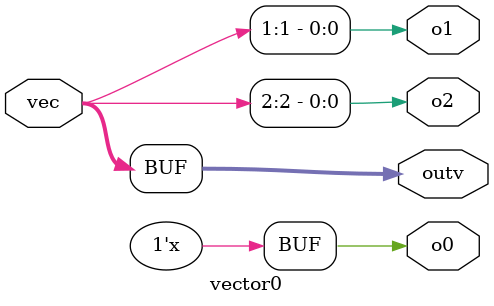
<source format=v>

module vector0(
    input wire [2:0] vec,
    output wire [2:0] outv,
    output wire o2,
    output wire o1,
    output wire o0
    );

    assign o2 = vec[2];
    assign o1 = vec[1];
    assign o0 = vex[0];

    assign outv = vec;
endmodule
</source>
